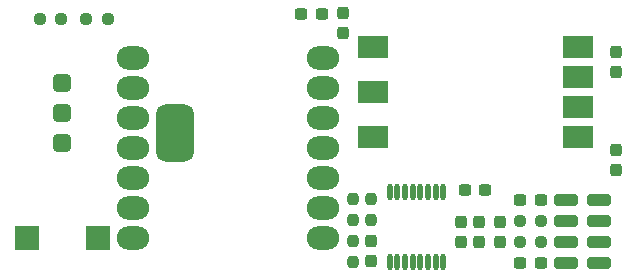
<source format=gts>
G04 #@! TF.GenerationSoftware,KiCad,Pcbnew,(6.0.7)*
G04 #@! TF.CreationDate,2022-10-10T16:00:37+09:00*
G04 #@! TF.ProjectId,MainBoard,4d61696e-426f-4617-9264-2e6b69636164,rev?*
G04 #@! TF.SameCoordinates,Original*
G04 #@! TF.FileFunction,Soldermask,Top*
G04 #@! TF.FilePolarity,Negative*
%FSLAX46Y46*%
G04 Gerber Fmt 4.6, Leading zero omitted, Abs format (unit mm)*
G04 Created by KiCad (PCBNEW (6.0.7)) date 2022-10-10 16:00:37*
%MOMM*%
%LPD*%
G01*
G04 APERTURE LIST*
G04 Aperture macros list*
%AMRoundRect*
0 Rectangle with rounded corners*
0 $1 Rounding radius*
0 $2 $3 $4 $5 $6 $7 $8 $9 X,Y pos of 4 corners*
0 Add a 4 corners polygon primitive as box body*
4,1,4,$2,$3,$4,$5,$6,$7,$8,$9,$2,$3,0*
0 Add four circle primitives for the rounded corners*
1,1,$1+$1,$2,$3*
1,1,$1+$1,$4,$5*
1,1,$1+$1,$6,$7*
1,1,$1+$1,$8,$9*
0 Add four rect primitives between the rounded corners*
20,1,$1+$1,$2,$3,$4,$5,0*
20,1,$1+$1,$4,$5,$6,$7,0*
20,1,$1+$1,$6,$7,$8,$9,0*
20,1,$1+$1,$8,$9,$2,$3,0*%
G04 Aperture macros list end*
%ADD10RoundRect,0.250000X0.750000X-0.250000X0.750000X0.250000X-0.750000X0.250000X-0.750000X-0.250000X0*%
%ADD11RoundRect,0.237500X-0.237500X0.300000X-0.237500X-0.300000X0.237500X-0.300000X0.237500X0.300000X0*%
%ADD12RoundRect,0.381000X0.381000X-0.381000X0.381000X0.381000X-0.381000X0.381000X-0.381000X-0.381000X0*%
%ADD13R,2.000000X2.000000*%
%ADD14R,2.600000X1.900000*%
%ADD15RoundRect,0.237500X0.250000X0.237500X-0.250000X0.237500X-0.250000X-0.237500X0.250000X-0.237500X0*%
%ADD16RoundRect,0.237500X-0.237500X0.250000X-0.237500X-0.250000X0.237500X-0.250000X0.237500X0.250000X0*%
%ADD17RoundRect,0.237500X-0.300000X-0.237500X0.300000X-0.237500X0.300000X0.237500X-0.300000X0.237500X0*%
%ADD18O,0.449999X1.400000*%
%ADD19RoundRect,0.787500X-0.812500X-0.787500X0.812500X-0.787500X0.812500X0.787500X-0.812500X0.787500X0*%
%ADD20RoundRect,0.237500X-0.250000X-0.237500X0.250000X-0.237500X0.250000X0.237500X-0.250000X0.237500X0*%
%ADD21RoundRect,0.237500X0.237500X-0.300000X0.237500X0.300000X-0.237500X0.300000X-0.237500X-0.300000X0*%
%ADD22O,2.748280X1.998980*%
%ADD23RoundRect,0.237500X0.300000X0.237500X-0.300000X0.237500X-0.300000X-0.237500X0.300000X-0.237500X0*%
%ADD24RoundRect,0.237500X0.237500X-0.250000X0.237500X0.250000X-0.237500X0.250000X-0.237500X-0.250000X0*%
G04 APERTURE END LIST*
D10*
X186436000Y-99314000D03*
X186436000Y-97536000D03*
D11*
X190627000Y-89688500D03*
X190627000Y-91413500D03*
D10*
X186436000Y-95707200D03*
X189230000Y-95707200D03*
D11*
X179070000Y-95784500D03*
X179070000Y-97509500D03*
D10*
X186436000Y-93980000D03*
D12*
X143764000Y-89154000D03*
X143764000Y-86614000D03*
X143764000Y-84074000D03*
D13*
X140764000Y-97155000D03*
X146764000Y-97155000D03*
D14*
X170083000Y-81026000D03*
X170083000Y-84836000D03*
X170083000Y-88646000D03*
X187383000Y-88646000D03*
X187383000Y-86106000D03*
X187383000Y-83566000D03*
X187383000Y-81026000D03*
D15*
X184300500Y-97536000D03*
X182475500Y-97536000D03*
D16*
X169926000Y-93829500D03*
X169926000Y-95654500D03*
X168402000Y-97385500D03*
X168402000Y-99210500D03*
D10*
X189230000Y-93980000D03*
D11*
X177546000Y-95784500D03*
X177546000Y-97509500D03*
D17*
X182525500Y-99314000D03*
X184250500Y-99314000D03*
D18*
X171461001Y-99215999D03*
X172111002Y-99215999D03*
X172761001Y-99215999D03*
X173411002Y-99215999D03*
X174061001Y-99215999D03*
X174711002Y-99215999D03*
X175361001Y-99215999D03*
X176011002Y-99215999D03*
X176011002Y-93315998D03*
X175361001Y-93315998D03*
X174711002Y-93315998D03*
X174061001Y-93315998D03*
X173411002Y-93315998D03*
X172761001Y-93315998D03*
X172111002Y-93315998D03*
X171461001Y-93315998D03*
D19*
X153314400Y-87400200D03*
D11*
X180848000Y-95784500D03*
X180848000Y-97509500D03*
D20*
X145772500Y-78613000D03*
X147597500Y-78613000D03*
D19*
X153314400Y-89155200D03*
D21*
X190627000Y-83158500D03*
X190627000Y-81433500D03*
D10*
X189230000Y-97536000D03*
D15*
X184300500Y-95758000D03*
X182475500Y-95758000D03*
D22*
X149698710Y-81900490D03*
X149698710Y-84440490D03*
X149698710Y-86980490D03*
X149698710Y-89520490D03*
X149698710Y-92060490D03*
X149698710Y-94600490D03*
X149698710Y-97140490D03*
X165863270Y-97140490D03*
X165863270Y-94600490D03*
X165863270Y-92060490D03*
X165863270Y-89520490D03*
X165863270Y-86980490D03*
X165863270Y-84440490D03*
X165863270Y-81900490D03*
D23*
X179551500Y-93091000D03*
X177826500Y-93091000D03*
D24*
X168402000Y-95654500D03*
X168402000Y-93829500D03*
D11*
X169926000Y-97435500D03*
X169926000Y-99160500D03*
X167487600Y-78131500D03*
X167487600Y-79856500D03*
D20*
X141835500Y-78613000D03*
X143660500Y-78613000D03*
D10*
X189230000Y-99314000D03*
D17*
X163983500Y-78232000D03*
X165708500Y-78232000D03*
D23*
X184250500Y-93980000D03*
X182525500Y-93980000D03*
M02*

</source>
